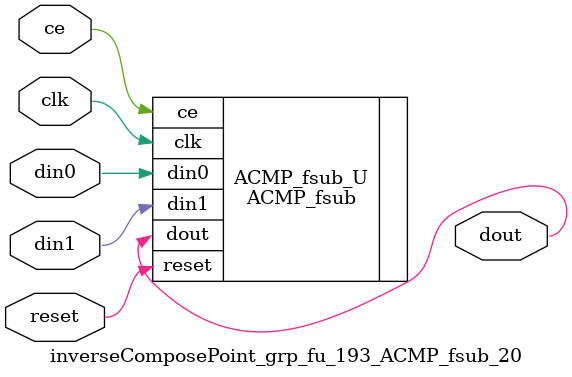
<source format=v>

`timescale 1 ns / 1 ps
module inverseComposePoint_grp_fu_193_ACMP_fsub_20(
    clk,
    reset,
    ce,
    din0,
    din1,
    dout);

parameter ID = 32'd1;
parameter NUM_STAGE = 32'd1;
parameter din0_WIDTH = 32'd1;
parameter din1_WIDTH = 32'd1;
parameter dout_WIDTH = 32'd1;
input clk;
input reset;
input ce;
input[din0_WIDTH - 1:0] din0;
input[din1_WIDTH - 1:0] din1;
output[dout_WIDTH - 1:0] dout;



ACMP_fsub #(
.ID( ID ),
.NUM_STAGE( 4 ),
.din0_WIDTH( din0_WIDTH ),
.din1_WIDTH( din1_WIDTH ),
.dout_WIDTH( dout_WIDTH ))
ACMP_fsub_U(
    .clk( clk ),
    .reset( reset ),
    .ce( ce ),
    .din0( din0 ),
    .din1( din1 ),
    .dout( dout ));

endmodule

</source>
